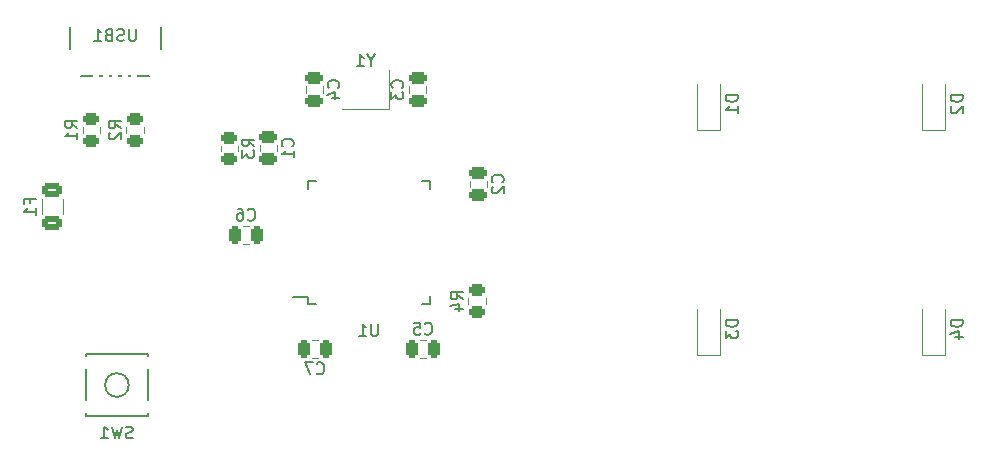
<source format=gbo>
G04 #@! TF.GenerationSoftware,KiCad,Pcbnew,(6.0.11)*
G04 #@! TF.CreationDate,2023-02-25T22:20:46-07:00*
G04 #@! TF.ProjectId,Stubborness,53747562-626f-4726-9e65-73732e6b6963,rev?*
G04 #@! TF.SameCoordinates,Original*
G04 #@! TF.FileFunction,Legend,Bot*
G04 #@! TF.FilePolarity,Positive*
%FSLAX46Y46*%
G04 Gerber Fmt 4.6, Leading zero omitted, Abs format (unit mm)*
G04 Created by KiCad (PCBNEW (6.0.11)) date 2023-02-25 22:20:46*
%MOMM*%
%LPD*%
G01*
G04 APERTURE LIST*
G04 Aperture macros list*
%AMRoundRect*
0 Rectangle with rounded corners*
0 $1 Rounding radius*
0 $2 $3 $4 $5 $6 $7 $8 $9 X,Y pos of 4 corners*
0 Add a 4 corners polygon primitive as box body*
4,1,4,$2,$3,$4,$5,$6,$7,$8,$9,$2,$3,0*
0 Add four circle primitives for the rounded corners*
1,1,$1+$1,$2,$3*
1,1,$1+$1,$4,$5*
1,1,$1+$1,$6,$7*
1,1,$1+$1,$8,$9*
0 Add four rect primitives between the rounded corners*
20,1,$1+$1,$2,$3,$4,$5,0*
20,1,$1+$1,$4,$5,$6,$7,0*
20,1,$1+$1,$6,$7,$8,$9,0*
20,1,$1+$1,$8,$9,$2,$3,0*%
G04 Aperture macros list end*
%ADD10C,0.150000*%
%ADD11C,0.120000*%
%ADD12C,1.700000*%
%ADD13C,4.000000*%
%ADD14C,2.200000*%
%ADD15R,1.800000X1.100000*%
%ADD16RoundRect,0.250000X-0.450000X0.262500X-0.450000X-0.262500X0.450000X-0.262500X0.450000X0.262500X0*%
%ADD17RoundRect,0.250000X-0.475000X0.250000X-0.475000X-0.250000X0.475000X-0.250000X0.475000X0.250000X0*%
%ADD18RoundRect,0.250000X0.475000X-0.250000X0.475000X0.250000X-0.475000X0.250000X-0.475000X-0.250000X0*%
%ADD19R,0.500000X2.250000*%
%ADD20O,1.700000X2.700000*%
%ADD21RoundRect,0.250000X0.250000X0.475000X-0.250000X0.475000X-0.250000X-0.475000X0.250000X-0.475000X0*%
%ADD22R,1.500000X0.550000*%
%ADD23R,0.550000X1.500000*%
%ADD24R,1.200000X0.900000*%
%ADD25RoundRect,0.250000X-0.250000X-0.475000X0.250000X-0.475000X0.250000X0.475000X-0.250000X0.475000X0*%
%ADD26R,1.400000X1.200000*%
%ADD27RoundRect,0.250000X0.450000X-0.262500X0.450000X0.262500X-0.450000X0.262500X-0.450000X-0.262500X0*%
%ADD28RoundRect,0.250000X-0.625000X0.375000X-0.625000X-0.375000X0.625000X-0.375000X0.625000X0.375000X0*%
G04 APERTURE END LIST*
D10*
G04 #@! TO.C,SW1*
X38544333Y-163218761D02*
X38401476Y-163266380D01*
X38163380Y-163266380D01*
X38068142Y-163218761D01*
X38020523Y-163171142D01*
X37972904Y-163075904D01*
X37972904Y-162980666D01*
X38020523Y-162885428D01*
X38068142Y-162837809D01*
X38163380Y-162790190D01*
X38353857Y-162742571D01*
X38449095Y-162694952D01*
X38496714Y-162647333D01*
X38544333Y-162552095D01*
X38544333Y-162456857D01*
X38496714Y-162361619D01*
X38449095Y-162314000D01*
X38353857Y-162266380D01*
X38115761Y-162266380D01*
X37972904Y-162314000D01*
X37639571Y-162266380D02*
X37401476Y-163266380D01*
X37211000Y-162552095D01*
X37020523Y-163266380D01*
X36782428Y-162266380D01*
X35877666Y-163266380D02*
X36449095Y-163266380D01*
X36163380Y-163266380D02*
X36163380Y-162266380D01*
X36258619Y-162409238D01*
X36353857Y-162504476D01*
X36449095Y-162552095D01*
G04 #@! TO.C,R1*
X33854380Y-136993333D02*
X33378190Y-136660000D01*
X33854380Y-136421904D02*
X32854380Y-136421904D01*
X32854380Y-136802857D01*
X32902000Y-136898095D01*
X32949619Y-136945714D01*
X33044857Y-136993333D01*
X33187714Y-136993333D01*
X33282952Y-136945714D01*
X33330571Y-136898095D01*
X33378190Y-136802857D01*
X33378190Y-136421904D01*
X33854380Y-137945714D02*
X33854380Y-137374285D01*
X33854380Y-137660000D02*
X32854380Y-137660000D01*
X32997238Y-137564761D01*
X33092476Y-137469523D01*
X33140095Y-137374285D01*
G04 #@! TO.C,C3*
X61359642Y-133564333D02*
X61407261Y-133516714D01*
X61454880Y-133373857D01*
X61454880Y-133278619D01*
X61407261Y-133135761D01*
X61312023Y-133040523D01*
X61216785Y-132992904D01*
X61026309Y-132945285D01*
X60883452Y-132945285D01*
X60692976Y-132992904D01*
X60597738Y-133040523D01*
X60502500Y-133135761D01*
X60454880Y-133278619D01*
X60454880Y-133373857D01*
X60502500Y-133516714D01*
X60550119Y-133564333D01*
X60454880Y-133897666D02*
X60454880Y-134516714D01*
X60835833Y-134183380D01*
X60835833Y-134326238D01*
X60883452Y-134421476D01*
X60931071Y-134469095D01*
X61026309Y-134516714D01*
X61264404Y-134516714D01*
X61359642Y-134469095D01*
X61407261Y-134421476D01*
X61454880Y-134326238D01*
X61454880Y-134040523D01*
X61407261Y-133945285D01*
X61359642Y-133897666D01*
G04 #@! TO.C,C4*
X55956642Y-133564333D02*
X56004261Y-133516714D01*
X56051880Y-133373857D01*
X56051880Y-133278619D01*
X56004261Y-133135761D01*
X55909023Y-133040523D01*
X55813785Y-132992904D01*
X55623309Y-132945285D01*
X55480452Y-132945285D01*
X55289976Y-132992904D01*
X55194738Y-133040523D01*
X55099500Y-133135761D01*
X55051880Y-133278619D01*
X55051880Y-133373857D01*
X55099500Y-133516714D01*
X55147119Y-133564333D01*
X55385214Y-134421476D02*
X56051880Y-134421476D01*
X55004261Y-134183380D02*
X55718547Y-133945285D01*
X55718547Y-134564333D01*
G04 #@! TO.C,USB1*
X38822095Y-128611380D02*
X38822095Y-129420904D01*
X38774476Y-129516142D01*
X38726857Y-129563761D01*
X38631619Y-129611380D01*
X38441142Y-129611380D01*
X38345904Y-129563761D01*
X38298285Y-129516142D01*
X38250666Y-129420904D01*
X38250666Y-128611380D01*
X37822095Y-129563761D02*
X37679238Y-129611380D01*
X37441142Y-129611380D01*
X37345904Y-129563761D01*
X37298285Y-129516142D01*
X37250666Y-129420904D01*
X37250666Y-129325666D01*
X37298285Y-129230428D01*
X37345904Y-129182809D01*
X37441142Y-129135190D01*
X37631619Y-129087571D01*
X37726857Y-129039952D01*
X37774476Y-128992333D01*
X37822095Y-128897095D01*
X37822095Y-128801857D01*
X37774476Y-128706619D01*
X37726857Y-128659000D01*
X37631619Y-128611380D01*
X37393523Y-128611380D01*
X37250666Y-128659000D01*
X36488761Y-129087571D02*
X36345904Y-129135190D01*
X36298285Y-129182809D01*
X36250666Y-129278047D01*
X36250666Y-129420904D01*
X36298285Y-129516142D01*
X36345904Y-129563761D01*
X36441142Y-129611380D01*
X36822095Y-129611380D01*
X36822095Y-128611380D01*
X36488761Y-128611380D01*
X36393523Y-128659000D01*
X36345904Y-128706619D01*
X36298285Y-128801857D01*
X36298285Y-128897095D01*
X36345904Y-128992333D01*
X36393523Y-129039952D01*
X36488761Y-129087571D01*
X36822095Y-129087571D01*
X35298285Y-129611380D02*
X35869714Y-129611380D01*
X35584000Y-129611380D02*
X35584000Y-128611380D01*
X35679238Y-128754238D01*
X35774476Y-128849476D01*
X35869714Y-128897095D01*
G04 #@! TO.C,C6*
X48299666Y-144727142D02*
X48347285Y-144774761D01*
X48490142Y-144822380D01*
X48585380Y-144822380D01*
X48728238Y-144774761D01*
X48823476Y-144679523D01*
X48871095Y-144584285D01*
X48918714Y-144393809D01*
X48918714Y-144250952D01*
X48871095Y-144060476D01*
X48823476Y-143965238D01*
X48728238Y-143870000D01*
X48585380Y-143822380D01*
X48490142Y-143822380D01*
X48347285Y-143870000D01*
X48299666Y-143917619D01*
X47442523Y-143822380D02*
X47633000Y-143822380D01*
X47728238Y-143870000D01*
X47775857Y-143917619D01*
X47871095Y-144060476D01*
X47918714Y-144250952D01*
X47918714Y-144631904D01*
X47871095Y-144727142D01*
X47823476Y-144774761D01*
X47728238Y-144822380D01*
X47537761Y-144822380D01*
X47442523Y-144774761D01*
X47394904Y-144727142D01*
X47347285Y-144631904D01*
X47347285Y-144393809D01*
X47394904Y-144298571D01*
X47442523Y-144250952D01*
X47537761Y-144203333D01*
X47728238Y-144203333D01*
X47823476Y-144250952D01*
X47871095Y-144298571D01*
X47918714Y-144393809D01*
G04 #@! TO.C,R2*
X37537380Y-136993333D02*
X37061190Y-136660000D01*
X37537380Y-136421904D02*
X36537380Y-136421904D01*
X36537380Y-136802857D01*
X36585000Y-136898095D01*
X36632619Y-136945714D01*
X36727857Y-136993333D01*
X36870714Y-136993333D01*
X36965952Y-136945714D01*
X37013571Y-136898095D01*
X37061190Y-136802857D01*
X37061190Y-136421904D01*
X36632619Y-137374285D02*
X36585000Y-137421904D01*
X36537380Y-137517142D01*
X36537380Y-137755238D01*
X36585000Y-137850476D01*
X36632619Y-137898095D01*
X36727857Y-137945714D01*
X36823095Y-137945714D01*
X36965952Y-137898095D01*
X37537380Y-137326666D01*
X37537380Y-137945714D01*
G04 #@! TO.C,U1*
X59308904Y-153587380D02*
X59308904Y-154396904D01*
X59261285Y-154492142D01*
X59213666Y-154539761D01*
X59118428Y-154587380D01*
X58927952Y-154587380D01*
X58832714Y-154539761D01*
X58785095Y-154492142D01*
X58737476Y-154396904D01*
X58737476Y-153587380D01*
X57737476Y-154587380D02*
X58308904Y-154587380D01*
X58023190Y-154587380D02*
X58023190Y-153587380D01*
X58118428Y-153730238D01*
X58213666Y-153825476D01*
X58308904Y-153873095D01*
G04 #@! TO.C,C1*
X52075142Y-138517333D02*
X52122761Y-138469714D01*
X52170380Y-138326857D01*
X52170380Y-138231619D01*
X52122761Y-138088761D01*
X52027523Y-137993523D01*
X51932285Y-137945904D01*
X51741809Y-137898285D01*
X51598952Y-137898285D01*
X51408476Y-137945904D01*
X51313238Y-137993523D01*
X51218000Y-138088761D01*
X51170380Y-138231619D01*
X51170380Y-138326857D01*
X51218000Y-138469714D01*
X51265619Y-138517333D01*
X52170380Y-139469714D02*
X52170380Y-138898285D01*
X52170380Y-139184000D02*
X51170380Y-139184000D01*
X51313238Y-139088761D01*
X51408476Y-138993523D01*
X51456095Y-138898285D01*
G04 #@! TO.C,D3*
X89764880Y-153249404D02*
X88764880Y-153249404D01*
X88764880Y-153487500D01*
X88812500Y-153630357D01*
X88907738Y-153725595D01*
X89002976Y-153773214D01*
X89193452Y-153820833D01*
X89336309Y-153820833D01*
X89526785Y-153773214D01*
X89622023Y-153725595D01*
X89717261Y-153630357D01*
X89764880Y-153487500D01*
X89764880Y-153249404D01*
X88764880Y-154154166D02*
X88764880Y-154773214D01*
X89145833Y-154439880D01*
X89145833Y-154582738D01*
X89193452Y-154677976D01*
X89241071Y-154725595D01*
X89336309Y-154773214D01*
X89574404Y-154773214D01*
X89669642Y-154725595D01*
X89717261Y-154677976D01*
X89764880Y-154582738D01*
X89764880Y-154297023D01*
X89717261Y-154201785D01*
X89669642Y-154154166D01*
G04 #@! TO.C,D2*
X108814880Y-134199404D02*
X107814880Y-134199404D01*
X107814880Y-134437500D01*
X107862500Y-134580357D01*
X107957738Y-134675595D01*
X108052976Y-134723214D01*
X108243452Y-134770833D01*
X108386309Y-134770833D01*
X108576785Y-134723214D01*
X108672023Y-134675595D01*
X108767261Y-134580357D01*
X108814880Y-134437500D01*
X108814880Y-134199404D01*
X107910119Y-135151785D02*
X107862500Y-135199404D01*
X107814880Y-135294642D01*
X107814880Y-135532738D01*
X107862500Y-135627976D01*
X107910119Y-135675595D01*
X108005357Y-135723214D01*
X108100595Y-135723214D01*
X108243452Y-135675595D01*
X108814880Y-135104166D01*
X108814880Y-135723214D01*
G04 #@! TO.C,C7*
X54141666Y-157739142D02*
X54189285Y-157786761D01*
X54332142Y-157834380D01*
X54427380Y-157834380D01*
X54570238Y-157786761D01*
X54665476Y-157691523D01*
X54713095Y-157596285D01*
X54760714Y-157405809D01*
X54760714Y-157262952D01*
X54713095Y-157072476D01*
X54665476Y-156977238D01*
X54570238Y-156882000D01*
X54427380Y-156834380D01*
X54332142Y-156834380D01*
X54189285Y-156882000D01*
X54141666Y-156929619D01*
X53808333Y-156834380D02*
X53141666Y-156834380D01*
X53570238Y-157834380D01*
G04 #@! TO.C,R4*
X66493380Y-151471333D02*
X66017190Y-151138000D01*
X66493380Y-150899904D02*
X65493380Y-150899904D01*
X65493380Y-151280857D01*
X65541000Y-151376095D01*
X65588619Y-151423714D01*
X65683857Y-151471333D01*
X65826714Y-151471333D01*
X65921952Y-151423714D01*
X65969571Y-151376095D01*
X66017190Y-151280857D01*
X66017190Y-150899904D01*
X65826714Y-152328476D02*
X66493380Y-152328476D01*
X65445761Y-152090380D02*
X66160047Y-151852285D01*
X66160047Y-152471333D01*
G04 #@! TO.C,Y1*
X58713690Y-131257190D02*
X58713690Y-131733380D01*
X59047023Y-130733380D02*
X58713690Y-131257190D01*
X58380357Y-130733380D01*
X57523214Y-131733380D02*
X58094642Y-131733380D01*
X57808928Y-131733380D02*
X57808928Y-130733380D01*
X57904166Y-130876238D01*
X57999404Y-130971476D01*
X58094642Y-131019095D01*
G04 #@! TO.C,R3*
X48838380Y-138540833D02*
X48362190Y-138207500D01*
X48838380Y-137969404D02*
X47838380Y-137969404D01*
X47838380Y-138350357D01*
X47886000Y-138445595D01*
X47933619Y-138493214D01*
X48028857Y-138540833D01*
X48171714Y-138540833D01*
X48266952Y-138493214D01*
X48314571Y-138445595D01*
X48362190Y-138350357D01*
X48362190Y-137969404D01*
X47838380Y-138874166D02*
X47838380Y-139493214D01*
X48219333Y-139159880D01*
X48219333Y-139302738D01*
X48266952Y-139397976D01*
X48314571Y-139445595D01*
X48409809Y-139493214D01*
X48647904Y-139493214D01*
X48743142Y-139445595D01*
X48790761Y-139397976D01*
X48838380Y-139302738D01*
X48838380Y-139017023D01*
X48790761Y-138921785D01*
X48743142Y-138874166D01*
G04 #@! TO.C,C5*
X63285666Y-154379142D02*
X63333285Y-154426761D01*
X63476142Y-154474380D01*
X63571380Y-154474380D01*
X63714238Y-154426761D01*
X63809476Y-154331523D01*
X63857095Y-154236285D01*
X63904714Y-154045809D01*
X63904714Y-153902952D01*
X63857095Y-153712476D01*
X63809476Y-153617238D01*
X63714238Y-153522000D01*
X63571380Y-153474380D01*
X63476142Y-153474380D01*
X63333285Y-153522000D01*
X63285666Y-153569619D01*
X62380904Y-153474380D02*
X62857095Y-153474380D01*
X62904714Y-153950571D01*
X62857095Y-153902952D01*
X62761857Y-153855333D01*
X62523761Y-153855333D01*
X62428523Y-153902952D01*
X62380904Y-153950571D01*
X62333285Y-154045809D01*
X62333285Y-154283904D01*
X62380904Y-154379142D01*
X62428523Y-154426761D01*
X62523761Y-154474380D01*
X62761857Y-154474380D01*
X62857095Y-154426761D01*
X62904714Y-154379142D01*
G04 #@! TO.C,D4*
X108814880Y-153249404D02*
X107814880Y-153249404D01*
X107814880Y-153487500D01*
X107862500Y-153630357D01*
X107957738Y-153725595D01*
X108052976Y-153773214D01*
X108243452Y-153820833D01*
X108386309Y-153820833D01*
X108576785Y-153773214D01*
X108672023Y-153725595D01*
X108767261Y-153630357D01*
X108814880Y-153487500D01*
X108814880Y-153249404D01*
X108148214Y-154677976D02*
X108814880Y-154677976D01*
X107767261Y-154439880D02*
X108481547Y-154201785D01*
X108481547Y-154820833D01*
G04 #@! TO.C,C2*
X69855142Y-141565333D02*
X69902761Y-141517714D01*
X69950380Y-141374857D01*
X69950380Y-141279619D01*
X69902761Y-141136761D01*
X69807523Y-141041523D01*
X69712285Y-140993904D01*
X69521809Y-140946285D01*
X69378952Y-140946285D01*
X69188476Y-140993904D01*
X69093238Y-141041523D01*
X68998000Y-141136761D01*
X68950380Y-141279619D01*
X68950380Y-141374857D01*
X68998000Y-141517714D01*
X69045619Y-141565333D01*
X69045619Y-141946285D02*
X68998000Y-141993904D01*
X68950380Y-142089142D01*
X68950380Y-142327238D01*
X68998000Y-142422476D01*
X69045619Y-142470095D01*
X69140857Y-142517714D01*
X69236095Y-142517714D01*
X69378952Y-142470095D01*
X69950380Y-141898666D01*
X69950380Y-142517714D01*
G04 #@! TO.C,D1*
X89764880Y-134199404D02*
X88764880Y-134199404D01*
X88764880Y-134437500D01*
X88812500Y-134580357D01*
X88907738Y-134675595D01*
X89002976Y-134723214D01*
X89193452Y-134770833D01*
X89336309Y-134770833D01*
X89526785Y-134723214D01*
X89622023Y-134675595D01*
X89717261Y-134580357D01*
X89764880Y-134437500D01*
X89764880Y-134199404D01*
X89764880Y-135723214D02*
X89764880Y-135151785D01*
X89764880Y-135437500D02*
X88764880Y-135437500D01*
X88907738Y-135342261D01*
X89002976Y-135247023D01*
X89050595Y-135151785D01*
G04 #@! TO.C,F1*
X29858571Y-143303666D02*
X29858571Y-142970333D01*
X30382380Y-142970333D02*
X29382380Y-142970333D01*
X29382380Y-143446523D01*
X30382380Y-144351285D02*
X30382380Y-143779857D01*
X30382380Y-144065571D02*
X29382380Y-144065571D01*
X29525238Y-143970333D01*
X29620476Y-143875095D01*
X29668095Y-143779857D01*
G04 #@! TO.C,SW1*
X39811000Y-156150000D02*
X34611000Y-156150000D01*
X34611000Y-156150000D02*
X34611000Y-161350000D01*
X39811000Y-161350000D02*
X39811000Y-156150000D01*
X34611000Y-161350000D02*
X39811000Y-161350000D01*
X38211000Y-158750000D02*
G75*
G03*
X38211000Y-158750000I-1000000J0D01*
G01*
D11*
G04 #@! TO.C,R1*
X35787000Y-136932936D02*
X35787000Y-137387064D01*
X34317000Y-136932936D02*
X34317000Y-137387064D01*
G04 #@! TO.C,C3*
X61947500Y-133469748D02*
X61947500Y-133992252D01*
X63417500Y-133469748D02*
X63417500Y-133992252D01*
G04 #@! TO.C,C4*
X54654500Y-133992252D02*
X54654500Y-133469748D01*
X53184500Y-133992252D02*
X53184500Y-133469748D01*
D10*
G04 #@! TO.C,USB1*
X33234000Y-132577000D02*
X40934000Y-132577000D01*
X40934000Y-127127000D02*
X40934000Y-132577000D01*
X33234000Y-127127000D02*
X33234000Y-132577000D01*
D11*
G04 #@! TO.C,C6*
X48394252Y-146785000D02*
X47871748Y-146785000D01*
X48394252Y-145315000D02*
X47871748Y-145315000D01*
G04 #@! TO.C,R2*
X38000000Y-136932936D02*
X38000000Y-137387064D01*
X39470000Y-136932936D02*
X39470000Y-137387064D01*
D10*
G04 #@! TO.C,U1*
X53372000Y-151285000D02*
X52097000Y-151285000D01*
X53372000Y-151860000D02*
X53372000Y-151285000D01*
X63722000Y-141510000D02*
X63722000Y-142185000D01*
X53372000Y-141510000D02*
X53372000Y-142185000D01*
X53372000Y-141510000D02*
X54047000Y-141510000D01*
X53372000Y-151860000D02*
X54047000Y-151860000D01*
X63722000Y-151860000D02*
X63047000Y-151860000D01*
X63722000Y-141510000D02*
X63047000Y-141510000D01*
X63722000Y-151860000D02*
X63722000Y-151185000D01*
D11*
G04 #@! TO.C,C1*
X49303000Y-138945252D02*
X49303000Y-138422748D01*
X50773000Y-138945252D02*
X50773000Y-138422748D01*
G04 #@! TO.C,D3*
X88312500Y-156237500D02*
X88312500Y-152337500D01*
X88312500Y-156237500D02*
X86312500Y-156237500D01*
X86312500Y-156237500D02*
X86312500Y-152337500D01*
G04 #@! TO.C,D2*
X107362500Y-137187500D02*
X107362500Y-133287500D01*
X105362500Y-137187500D02*
X105362500Y-133287500D01*
X107362500Y-137187500D02*
X105362500Y-137187500D01*
G04 #@! TO.C,C7*
X53713748Y-154967000D02*
X54236252Y-154967000D01*
X53713748Y-156437000D02*
X54236252Y-156437000D01*
G04 #@! TO.C,R4*
X66956000Y-151410936D02*
X66956000Y-151865064D01*
X68426000Y-151410936D02*
X68426000Y-151865064D01*
G04 #@! TO.C,Y1*
X60237500Y-135381000D02*
X56237500Y-135381000D01*
X60237500Y-132081000D02*
X60237500Y-135381000D01*
G04 #@! TO.C,R3*
X47471000Y-138934564D02*
X47471000Y-138480436D01*
X46001000Y-138934564D02*
X46001000Y-138480436D01*
G04 #@! TO.C,C5*
X63380252Y-156437000D02*
X62857748Y-156437000D01*
X63380252Y-154967000D02*
X62857748Y-154967000D01*
G04 #@! TO.C,D4*
X105362500Y-156237500D02*
X105362500Y-152337500D01*
X107362500Y-156237500D02*
X107362500Y-152337500D01*
X107362500Y-156237500D02*
X105362500Y-156237500D01*
G04 #@! TO.C,C2*
X68553000Y-141993252D02*
X68553000Y-141470748D01*
X67083000Y-141993252D02*
X67083000Y-141470748D01*
G04 #@! TO.C,D1*
X88312500Y-137187500D02*
X86312500Y-137187500D01*
X88312500Y-137187500D02*
X88312500Y-133287500D01*
X86312500Y-137187500D02*
X86312500Y-133287500D01*
G04 #@! TO.C,F1*
X32660000Y-143034936D02*
X32660000Y-144239064D01*
X30840000Y-143034936D02*
X30840000Y-144239064D01*
G04 #@! TD*
%LPC*%
D12*
G04 #@! TO.C,MX4*
X103505000Y-153987500D03*
X93345000Y-153987500D03*
D13*
X98425000Y-153987500D03*
D14*
X100965000Y-148907500D03*
X94615000Y-151447500D03*
G04 #@! TD*
D12*
G04 #@! TO.C,MX3*
X74295000Y-153987500D03*
X84455000Y-153987500D03*
D13*
X79375000Y-153987500D03*
D14*
X81915000Y-148907500D03*
X75565000Y-151447500D03*
G04 #@! TD*
D12*
G04 #@! TO.C,MX1*
X84455000Y-134937500D03*
D13*
X79375000Y-134937500D03*
D12*
X74295000Y-134937500D03*
D14*
X81915000Y-129857500D03*
X75565000Y-132397500D03*
G04 #@! TD*
D13*
G04 #@! TO.C,MX2*
X98425000Y-134937500D03*
D12*
X93345000Y-134937500D03*
X103505000Y-134937500D03*
D14*
X100965000Y-129857500D03*
X94615000Y-132397500D03*
G04 #@! TD*
D15*
G04 #@! TO.C,SW1*
X34111000Y-160600000D03*
X40311000Y-156900000D03*
X34111000Y-156900000D03*
X40311000Y-160600000D03*
G04 #@! TD*
D16*
G04 #@! TO.C,R1*
X35052000Y-136247500D03*
X35052000Y-138072500D03*
G04 #@! TD*
D17*
G04 #@! TO.C,C3*
X62682500Y-132781000D03*
X62682500Y-134681000D03*
G04 #@! TD*
D18*
G04 #@! TO.C,C4*
X53919500Y-134681000D03*
X53919500Y-132781000D03*
G04 #@! TD*
D19*
G04 #@! TO.C,USB1*
X38684000Y-131627000D03*
X37884000Y-131627000D03*
X37084000Y-131627000D03*
X36284000Y-131627000D03*
X35484000Y-131627000D03*
D20*
X40734000Y-131627000D03*
X33434000Y-127127000D03*
X40734000Y-127127000D03*
X33434000Y-131627000D03*
G04 #@! TD*
D21*
G04 #@! TO.C,C6*
X49083000Y-146050000D03*
X47183000Y-146050000D03*
G04 #@! TD*
D16*
G04 #@! TO.C,R2*
X38735000Y-136247500D03*
X38735000Y-138072500D03*
G04 #@! TD*
D22*
G04 #@! TO.C,U1*
X52847000Y-150685000D03*
X52847000Y-149885000D03*
X52847000Y-149085000D03*
X52847000Y-148285000D03*
X52847000Y-147485000D03*
X52847000Y-146685000D03*
X52847000Y-145885000D03*
X52847000Y-145085000D03*
X52847000Y-144285000D03*
X52847000Y-143485000D03*
X52847000Y-142685000D03*
D23*
X54547000Y-140985000D03*
X55347000Y-140985000D03*
X56147000Y-140985000D03*
X56947000Y-140985000D03*
X57747000Y-140985000D03*
X58547000Y-140985000D03*
X59347000Y-140985000D03*
X60147000Y-140985000D03*
X60947000Y-140985000D03*
X61747000Y-140985000D03*
X62547000Y-140985000D03*
D22*
X64247000Y-142685000D03*
X64247000Y-143485000D03*
X64247000Y-144285000D03*
X64247000Y-145085000D03*
X64247000Y-145885000D03*
X64247000Y-146685000D03*
X64247000Y-147485000D03*
X64247000Y-148285000D03*
X64247000Y-149085000D03*
X64247000Y-149885000D03*
X64247000Y-150685000D03*
D23*
X62547000Y-152385000D03*
X61747000Y-152385000D03*
X60947000Y-152385000D03*
X60147000Y-152385000D03*
X59347000Y-152385000D03*
X58547000Y-152385000D03*
X57747000Y-152385000D03*
X56947000Y-152385000D03*
X56147000Y-152385000D03*
X55347000Y-152385000D03*
X54547000Y-152385000D03*
G04 #@! TD*
D18*
G04 #@! TO.C,C1*
X50038000Y-139634000D03*
X50038000Y-137734000D03*
G04 #@! TD*
D24*
G04 #@! TO.C,D3*
X87312500Y-155637500D03*
X87312500Y-152337500D03*
G04 #@! TD*
G04 #@! TO.C,D2*
X106362500Y-136587500D03*
X106362500Y-133287500D03*
G04 #@! TD*
D25*
G04 #@! TO.C,C7*
X53025000Y-155702000D03*
X54925000Y-155702000D03*
G04 #@! TD*
D16*
G04 #@! TO.C,R4*
X67691000Y-150725500D03*
X67691000Y-152550500D03*
G04 #@! TD*
D26*
G04 #@! TO.C,Y1*
X59337500Y-134581000D03*
X57137500Y-134581000D03*
X57137500Y-132881000D03*
X59337500Y-132881000D03*
G04 #@! TD*
D27*
G04 #@! TO.C,R3*
X46736000Y-139620000D03*
X46736000Y-137795000D03*
G04 #@! TD*
D21*
G04 #@! TO.C,C5*
X64069000Y-155702000D03*
X62169000Y-155702000D03*
G04 #@! TD*
D24*
G04 #@! TO.C,D4*
X106362500Y-155637500D03*
X106362500Y-152337500D03*
G04 #@! TD*
D18*
G04 #@! TO.C,C2*
X67818000Y-142682000D03*
X67818000Y-140782000D03*
G04 #@! TD*
D24*
G04 #@! TO.C,D1*
X87312500Y-136587500D03*
X87312500Y-133287500D03*
G04 #@! TD*
D28*
G04 #@! TO.C,F1*
X31750000Y-142237000D03*
X31750000Y-145037000D03*
G04 #@! TD*
M02*

</source>
